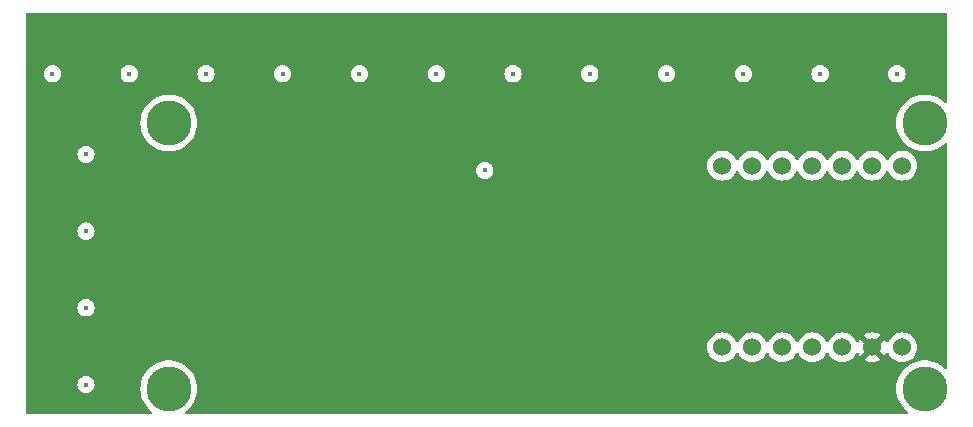
<source format=gbr>
%TF.GenerationSoftware,KiCad,Pcbnew,8.0.1*%
%TF.CreationDate,2025-01-13T07:12:32-05:00*%
%TF.ProjectId,glove-v3,676c6f76-652d-4763-932e-6b696361645f,rev?*%
%TF.SameCoordinates,Original*%
%TF.FileFunction,Copper,L3,Inr*%
%TF.FilePolarity,Positive*%
%FSLAX46Y46*%
G04 Gerber Fmt 4.6, Leading zero omitted, Abs format (unit mm)*
G04 Created by KiCad (PCBNEW 8.0.1) date 2025-01-13 07:12:32*
%MOMM*%
%LPD*%
G01*
G04 APERTURE LIST*
%TA.AperFunction,ComponentPad*%
%ADD10C,3.800000*%
%TD*%
%TA.AperFunction,ComponentPad*%
%ADD11C,1.524000*%
%TD*%
%TA.AperFunction,ViaPad*%
%ADD12C,0.450000*%
%TD*%
G04 APERTURE END LIST*
D10*
%TO.N,N/C*%
%TO.C,REF\u002A\u002A*%
X114050000Y-34550000D03*
%TD*%
D11*
%TO.N,unconnected-(U1-PA02_A0_D0-Pad1)*%
%TO.C,U1*%
X176150000Y-38150000D03*
%TO.N,unconnected-(U1-PA4_A1_D1-Pad2)*%
X173610000Y-38150000D03*
%TO.N,/MUX_OUT*%
X171070000Y-38150000D03*
%TO.N,unconnected-(U1-PA11_A3_D3-Pad4)*%
X168530000Y-38150000D03*
%TO.N,/S2*%
X165990000Y-38150000D03*
%TO.N,/S3*%
X163450000Y-38150000D03*
%TO.N,unconnected-(U1-PB08_A6_D6_TX-Pad7)*%
X160910000Y-38150000D03*
%TO.N,unconnected-(U1-PB09_A7_D7_RX-Pad8)*%
X160910000Y-53542400D03*
%TO.N,Net-(U1-PA7_A8_D8_SCK)*%
X163450000Y-53542400D03*
%TO.N,/S1*%
X165990000Y-53542400D03*
%TO.N,/S0*%
X168530000Y-53542400D03*
%TO.N,+3V3*%
X171070000Y-53542400D03*
%TO.N,GND*%
X173610000Y-53542400D03*
%TO.N,unconnected-(U1-5V-Pad14)*%
X176150000Y-53542400D03*
%TD*%
D10*
%TO.N,N/C*%
%TO.C,REF\u002A\u002A*%
X114050000Y-57050000D03*
%TD*%
%TO.N,N/C*%
%TO.C,REF\u002A\u002A*%
X178050000Y-57050000D03*
%TD*%
%TO.N,N/C*%
%TO.C,REF\u002A\u002A*%
X178050000Y-34550000D03*
%TD*%
D12*
%TO.N,GND*%
X138650000Y-38550000D03*
X152240000Y-38560000D03*
X154790000Y-48040000D03*
%TO.N,+3V3*%
X140810000Y-38560000D03*
X175700000Y-30380000D03*
X169200000Y-30380000D03*
X162700000Y-30380000D03*
X156200000Y-30380000D03*
X149700000Y-30380000D03*
X143200000Y-30380000D03*
X136700000Y-30380000D03*
X130200000Y-30380000D03*
X123700000Y-30380000D03*
X117200000Y-30380000D03*
X110700000Y-30380000D03*
X104200000Y-30380000D03*
X107040000Y-37200000D03*
X107040000Y-43700000D03*
X107040000Y-50200000D03*
X107052500Y-56700000D03*
%TO.N,GND*%
X107052500Y-55700000D03*
X107040000Y-49200000D03*
X107040000Y-42700000D03*
X107040000Y-36200000D03*
X105200000Y-30380000D03*
X111700000Y-30380000D03*
X118200000Y-30380000D03*
X124700000Y-30380000D03*
X131200000Y-30380000D03*
X137700000Y-30380000D03*
X144200000Y-30380000D03*
X150700000Y-30380000D03*
X157200000Y-30380000D03*
X163700000Y-30380000D03*
X170200000Y-30380000D03*
X176700000Y-30380000D03*
%TD*%
%TA.AperFunction,Conductor*%
%TO.N,GND*%
G36*
X179892539Y-25220185D02*
G01*
X179938294Y-25272989D01*
X179949500Y-25324500D01*
X179949500Y-32754193D01*
X179929815Y-32821232D01*
X179877011Y-32866987D01*
X179807853Y-32876931D01*
X179744297Y-32847906D01*
X179740616Y-32844585D01*
X179583163Y-32696727D01*
X179583153Y-32696719D01*
X179338806Y-32519191D01*
X179338799Y-32519186D01*
X179338795Y-32519184D01*
X179074104Y-32373668D01*
X179074101Y-32373666D01*
X179074096Y-32373664D01*
X179074095Y-32373663D01*
X178793265Y-32262475D01*
X178793262Y-32262474D01*
X178500695Y-32187357D01*
X178201036Y-32149500D01*
X178201027Y-32149500D01*
X177898973Y-32149500D01*
X177898963Y-32149500D01*
X177599304Y-32187357D01*
X177306737Y-32262474D01*
X177306734Y-32262475D01*
X177025904Y-32373663D01*
X177025903Y-32373664D01*
X176761205Y-32519184D01*
X176761193Y-32519191D01*
X176516846Y-32696719D01*
X176516836Y-32696727D01*
X176296652Y-32903494D01*
X176104111Y-33136236D01*
X175942268Y-33391261D01*
X175942265Y-33391267D01*
X175813661Y-33664563D01*
X175813659Y-33664568D01*
X175720320Y-33951835D01*
X175663719Y-34248546D01*
X175663718Y-34248553D01*
X175644754Y-34549994D01*
X175644754Y-34550005D01*
X175663718Y-34851446D01*
X175663719Y-34851453D01*
X175720320Y-35148164D01*
X175813659Y-35435431D01*
X175813661Y-35435436D01*
X175942265Y-35708732D01*
X175942268Y-35708738D01*
X176104111Y-35963763D01*
X176296652Y-36196505D01*
X176516836Y-36403272D01*
X176516846Y-36403280D01*
X176761193Y-36580808D01*
X176761198Y-36580810D01*
X176761205Y-36580816D01*
X177025896Y-36726332D01*
X177025901Y-36726334D01*
X177025903Y-36726335D01*
X177025904Y-36726336D01*
X177306734Y-36837524D01*
X177306737Y-36837525D01*
X177404259Y-36862564D01*
X177599302Y-36912642D01*
X177746039Y-36931179D01*
X177898963Y-36950499D01*
X177898969Y-36950499D01*
X177898973Y-36950500D01*
X177898975Y-36950500D01*
X178201025Y-36950500D01*
X178201027Y-36950500D01*
X178201032Y-36950499D01*
X178201036Y-36950499D01*
X178280591Y-36940448D01*
X178500698Y-36912642D01*
X178793262Y-36837525D01*
X178793265Y-36837524D01*
X179074095Y-36726336D01*
X179074096Y-36726335D01*
X179074094Y-36726335D01*
X179074104Y-36726332D01*
X179338795Y-36580816D01*
X179583162Y-36403274D01*
X179740616Y-36255413D01*
X179802960Y-36223872D01*
X179872461Y-36231043D01*
X179927052Y-36274650D01*
X179949401Y-36340849D01*
X179949500Y-36345806D01*
X179949500Y-55254193D01*
X179929815Y-55321232D01*
X179877011Y-55366987D01*
X179807853Y-55376931D01*
X179744297Y-55347906D01*
X179740616Y-55344585D01*
X179583163Y-55196727D01*
X179583153Y-55196719D01*
X179338806Y-55019191D01*
X179338799Y-55019186D01*
X179338795Y-55019184D01*
X179074104Y-54873668D01*
X179074101Y-54873666D01*
X179074096Y-54873664D01*
X179074095Y-54873663D01*
X178793265Y-54762475D01*
X178793262Y-54762474D01*
X178500695Y-54687357D01*
X178201036Y-54649500D01*
X178201027Y-54649500D01*
X177898973Y-54649500D01*
X177898963Y-54649500D01*
X177599304Y-54687357D01*
X177306737Y-54762474D01*
X177306734Y-54762475D01*
X177025904Y-54873663D01*
X177025903Y-54873664D01*
X176761205Y-55019184D01*
X176761193Y-55019191D01*
X176516846Y-55196719D01*
X176516836Y-55196727D01*
X176296652Y-55403494D01*
X176104111Y-55636236D01*
X175942268Y-55891261D01*
X175942265Y-55891267D01*
X175813661Y-56164563D01*
X175813659Y-56164568D01*
X175720320Y-56451835D01*
X175663719Y-56748546D01*
X175663718Y-56748553D01*
X175644754Y-57049994D01*
X175644754Y-57050005D01*
X175663718Y-57351446D01*
X175663719Y-57351453D01*
X175720320Y-57648164D01*
X175813659Y-57935431D01*
X175813661Y-57935436D01*
X175942265Y-58208732D01*
X175942268Y-58208738D01*
X176104111Y-58463763D01*
X176296652Y-58696505D01*
X176516836Y-58903272D01*
X176516846Y-58903280D01*
X176615810Y-58975182D01*
X176658476Y-59030512D01*
X176664455Y-59100125D01*
X176631849Y-59161920D01*
X176571011Y-59196277D01*
X176542925Y-59199500D01*
X115557075Y-59199500D01*
X115490036Y-59179815D01*
X115444281Y-59127011D01*
X115434337Y-59057853D01*
X115463362Y-58994297D01*
X115484190Y-58975182D01*
X115549488Y-58927738D01*
X115583162Y-58903274D01*
X115803349Y-58696504D01*
X115995885Y-58463768D01*
X116157733Y-58208736D01*
X116286341Y-57935430D01*
X116379681Y-57648160D01*
X116436280Y-57351457D01*
X116455246Y-57050000D01*
X116436280Y-56748543D01*
X116379681Y-56451840D01*
X116286341Y-56164570D01*
X116269693Y-56129192D01*
X116203353Y-55988212D01*
X116157733Y-55891264D01*
X115995885Y-55636232D01*
X115803349Y-55403496D01*
X115583162Y-55196726D01*
X115583159Y-55196724D01*
X115583153Y-55196719D01*
X115338806Y-55019191D01*
X115338799Y-55019186D01*
X115338795Y-55019184D01*
X115074104Y-54873668D01*
X115074101Y-54873666D01*
X115074096Y-54873664D01*
X115074095Y-54873663D01*
X114793265Y-54762475D01*
X114793262Y-54762474D01*
X114500695Y-54687357D01*
X114201036Y-54649500D01*
X114201027Y-54649500D01*
X113898973Y-54649500D01*
X113898963Y-54649500D01*
X113599304Y-54687357D01*
X113306737Y-54762474D01*
X113306734Y-54762475D01*
X113025904Y-54873663D01*
X113025903Y-54873664D01*
X112761205Y-55019184D01*
X112761193Y-55019191D01*
X112516846Y-55196719D01*
X112516836Y-55196727D01*
X112296652Y-55403494D01*
X112104111Y-55636236D01*
X111942268Y-55891261D01*
X111942265Y-55891267D01*
X111813661Y-56164563D01*
X111813659Y-56164568D01*
X111720320Y-56451835D01*
X111663719Y-56748546D01*
X111663718Y-56748553D01*
X111644754Y-57049994D01*
X111644754Y-57050005D01*
X111663718Y-57351446D01*
X111663719Y-57351453D01*
X111720320Y-57648164D01*
X111813659Y-57935431D01*
X111813661Y-57935436D01*
X111942265Y-58208732D01*
X111942268Y-58208738D01*
X112104111Y-58463763D01*
X112296652Y-58696505D01*
X112516836Y-58903272D01*
X112516846Y-58903280D01*
X112615810Y-58975182D01*
X112658476Y-59030512D01*
X112664455Y-59100125D01*
X112631849Y-59161920D01*
X112571011Y-59196277D01*
X112542925Y-59199500D01*
X102074500Y-59199500D01*
X102007461Y-59179815D01*
X101961706Y-59127011D01*
X101950500Y-59075500D01*
X101950500Y-56700003D01*
X106322409Y-56700003D01*
X106340712Y-56862455D01*
X106394710Y-57016774D01*
X106415591Y-57050005D01*
X106481692Y-57155204D01*
X106597296Y-57270808D01*
X106735725Y-57357789D01*
X106890039Y-57411786D01*
X106890042Y-57411786D01*
X106890044Y-57411787D01*
X107052496Y-57430091D01*
X107052500Y-57430091D01*
X107052504Y-57430091D01*
X107214955Y-57411787D01*
X107214956Y-57411786D01*
X107214961Y-57411786D01*
X107369275Y-57357789D01*
X107507704Y-57270808D01*
X107623308Y-57155204D01*
X107710289Y-57016775D01*
X107764286Y-56862461D01*
X107764287Y-56862455D01*
X107782591Y-56700003D01*
X107782591Y-56699996D01*
X107764287Y-56537544D01*
X107764286Y-56537542D01*
X107764286Y-56537539D01*
X107710289Y-56383225D01*
X107623308Y-56244796D01*
X107507704Y-56129192D01*
X107369274Y-56042210D01*
X107214955Y-55988212D01*
X107052504Y-55969909D01*
X107052496Y-55969909D01*
X106890044Y-55988212D01*
X106735725Y-56042210D01*
X106597295Y-56129192D01*
X106481692Y-56244795D01*
X106394710Y-56383225D01*
X106340712Y-56537544D01*
X106322409Y-56699996D01*
X106322409Y-56700003D01*
X101950500Y-56700003D01*
X101950500Y-53542402D01*
X159642677Y-53542402D01*
X159661929Y-53762462D01*
X159661930Y-53762470D01*
X159719104Y-53975845D01*
X159719105Y-53975847D01*
X159719106Y-53975850D01*
X159752106Y-54046618D01*
X159812466Y-54176062D01*
X159812468Y-54176066D01*
X159939170Y-54357015D01*
X159939175Y-54357021D01*
X160095378Y-54513224D01*
X160095384Y-54513229D01*
X160276333Y-54639931D01*
X160276335Y-54639932D01*
X160276338Y-54639934D01*
X160476550Y-54733294D01*
X160689932Y-54790470D01*
X160847123Y-54804222D01*
X160909998Y-54809723D01*
X160910000Y-54809723D01*
X160910002Y-54809723D01*
X160965017Y-54804909D01*
X161130068Y-54790470D01*
X161343450Y-54733294D01*
X161543662Y-54639934D01*
X161724620Y-54513226D01*
X161880826Y-54357020D01*
X162007534Y-54176062D01*
X162067618Y-54047211D01*
X162113790Y-53994771D01*
X162180983Y-53975619D01*
X162247865Y-53995835D01*
X162292382Y-54047211D01*
X162352464Y-54176058D01*
X162352468Y-54176066D01*
X162479170Y-54357015D01*
X162479175Y-54357021D01*
X162635378Y-54513224D01*
X162635384Y-54513229D01*
X162816333Y-54639931D01*
X162816335Y-54639932D01*
X162816338Y-54639934D01*
X163016550Y-54733294D01*
X163229932Y-54790470D01*
X163387123Y-54804222D01*
X163449998Y-54809723D01*
X163450000Y-54809723D01*
X163450002Y-54809723D01*
X163505017Y-54804909D01*
X163670068Y-54790470D01*
X163883450Y-54733294D01*
X164083662Y-54639934D01*
X164264620Y-54513226D01*
X164420826Y-54357020D01*
X164547534Y-54176062D01*
X164607618Y-54047211D01*
X164653790Y-53994771D01*
X164720983Y-53975619D01*
X164787865Y-53995835D01*
X164832382Y-54047211D01*
X164892464Y-54176058D01*
X164892468Y-54176066D01*
X165019170Y-54357015D01*
X165019175Y-54357021D01*
X165175378Y-54513224D01*
X165175384Y-54513229D01*
X165356333Y-54639931D01*
X165356335Y-54639932D01*
X165356338Y-54639934D01*
X165556550Y-54733294D01*
X165769932Y-54790470D01*
X165927123Y-54804222D01*
X165989998Y-54809723D01*
X165990000Y-54809723D01*
X165990002Y-54809723D01*
X166045017Y-54804909D01*
X166210068Y-54790470D01*
X166423450Y-54733294D01*
X166623662Y-54639934D01*
X166804620Y-54513226D01*
X166960826Y-54357020D01*
X167087534Y-54176062D01*
X167147618Y-54047211D01*
X167193790Y-53994771D01*
X167260983Y-53975619D01*
X167327865Y-53995835D01*
X167372382Y-54047211D01*
X167432464Y-54176058D01*
X167432468Y-54176066D01*
X167559170Y-54357015D01*
X167559175Y-54357021D01*
X167715378Y-54513224D01*
X167715384Y-54513229D01*
X167896333Y-54639931D01*
X167896335Y-54639932D01*
X167896338Y-54639934D01*
X168096550Y-54733294D01*
X168309932Y-54790470D01*
X168467123Y-54804222D01*
X168529998Y-54809723D01*
X168530000Y-54809723D01*
X168530002Y-54809723D01*
X168585017Y-54804909D01*
X168750068Y-54790470D01*
X168963450Y-54733294D01*
X169163662Y-54639934D01*
X169344620Y-54513226D01*
X169500826Y-54357020D01*
X169627534Y-54176062D01*
X169687618Y-54047211D01*
X169733790Y-53994771D01*
X169800983Y-53975619D01*
X169867865Y-53995835D01*
X169912382Y-54047211D01*
X169972464Y-54176058D01*
X169972468Y-54176066D01*
X170099170Y-54357015D01*
X170099175Y-54357021D01*
X170255378Y-54513224D01*
X170255384Y-54513229D01*
X170436333Y-54639931D01*
X170436335Y-54639932D01*
X170436338Y-54639934D01*
X170636550Y-54733294D01*
X170849932Y-54790470D01*
X171007123Y-54804222D01*
X171069998Y-54809723D01*
X171070000Y-54809723D01*
X171070002Y-54809723D01*
X171125017Y-54804909D01*
X171290068Y-54790470D01*
X171503450Y-54733294D01*
X171703662Y-54639934D01*
X171884620Y-54513226D01*
X172040826Y-54357020D01*
X172167534Y-54176062D01*
X172227894Y-54046618D01*
X172274066Y-53994179D01*
X172341259Y-53975027D01*
X172408141Y-53995243D01*
X172452658Y-54046619D01*
X172512898Y-54175805D01*
X172512901Y-54175811D01*
X172558258Y-54240587D01*
X172558259Y-54240588D01*
X173229000Y-53569847D01*
X173229000Y-53592560D01*
X173254964Y-53689461D01*
X173305124Y-53776340D01*
X173376060Y-53847276D01*
X173462939Y-53897436D01*
X173559840Y-53923400D01*
X173582553Y-53923400D01*
X172911810Y-54594140D01*
X172976590Y-54639499D01*
X172976592Y-54639500D01*
X173176715Y-54732819D01*
X173176729Y-54732824D01*
X173390013Y-54789973D01*
X173390023Y-54789975D01*
X173609999Y-54809221D01*
X173610001Y-54809221D01*
X173829976Y-54789975D01*
X173829986Y-54789973D01*
X174043270Y-54732824D01*
X174043284Y-54732819D01*
X174243407Y-54639500D01*
X174243417Y-54639494D01*
X174308188Y-54594141D01*
X173637448Y-53923400D01*
X173660160Y-53923400D01*
X173757061Y-53897436D01*
X173843940Y-53847276D01*
X173914876Y-53776340D01*
X173965036Y-53689461D01*
X173991000Y-53592560D01*
X173991000Y-53569847D01*
X174661741Y-54240588D01*
X174707094Y-54175817D01*
X174707095Y-54175816D01*
X174767340Y-54046619D01*
X174813512Y-53994180D01*
X174880706Y-53975027D01*
X174947587Y-53995242D01*
X174992105Y-54046618D01*
X175052466Y-54176062D01*
X175052468Y-54176066D01*
X175179170Y-54357015D01*
X175179175Y-54357021D01*
X175335378Y-54513224D01*
X175335384Y-54513229D01*
X175516333Y-54639931D01*
X175516335Y-54639932D01*
X175516338Y-54639934D01*
X175716550Y-54733294D01*
X175929932Y-54790470D01*
X176087123Y-54804222D01*
X176149998Y-54809723D01*
X176150000Y-54809723D01*
X176150002Y-54809723D01*
X176205017Y-54804909D01*
X176370068Y-54790470D01*
X176583450Y-54733294D01*
X176783662Y-54639934D01*
X176964620Y-54513226D01*
X177120826Y-54357020D01*
X177247534Y-54176062D01*
X177340894Y-53975850D01*
X177398070Y-53762468D01*
X177417323Y-53542400D01*
X177398070Y-53322332D01*
X177340894Y-53108950D01*
X177247534Y-52908739D01*
X177120826Y-52727780D01*
X176964620Y-52571574D01*
X176964616Y-52571571D01*
X176964615Y-52571570D01*
X176783666Y-52444868D01*
X176783662Y-52444866D01*
X176783660Y-52444865D01*
X176583450Y-52351506D01*
X176583447Y-52351505D01*
X176583445Y-52351504D01*
X176370070Y-52294330D01*
X176370062Y-52294329D01*
X176150002Y-52275077D01*
X176149998Y-52275077D01*
X175929937Y-52294329D01*
X175929929Y-52294330D01*
X175716554Y-52351504D01*
X175716548Y-52351507D01*
X175516340Y-52444865D01*
X175516338Y-52444866D01*
X175335377Y-52571575D01*
X175179175Y-52727777D01*
X175052467Y-52908737D01*
X174992105Y-53038182D01*
X174945932Y-53090621D01*
X174878738Y-53109772D01*
X174811857Y-53089556D01*
X174767341Y-53038180D01*
X174707098Y-52908989D01*
X174707097Y-52908987D01*
X174661741Y-52844211D01*
X174661740Y-52844210D01*
X173991000Y-53514951D01*
X173991000Y-53492240D01*
X173965036Y-53395339D01*
X173914876Y-53308460D01*
X173843940Y-53237524D01*
X173757061Y-53187364D01*
X173660160Y-53161400D01*
X173637448Y-53161400D01*
X174308188Y-52490659D01*
X174308187Y-52490658D01*
X174243411Y-52445301D01*
X174243405Y-52445298D01*
X174043284Y-52351980D01*
X174043270Y-52351975D01*
X173829986Y-52294826D01*
X173829976Y-52294824D01*
X173610001Y-52275579D01*
X173609999Y-52275579D01*
X173390023Y-52294824D01*
X173390013Y-52294826D01*
X173176729Y-52351975D01*
X173176720Y-52351979D01*
X172976590Y-52445301D01*
X172911811Y-52490658D01*
X173582553Y-53161400D01*
X173559840Y-53161400D01*
X173462939Y-53187364D01*
X173376060Y-53237524D01*
X173305124Y-53308460D01*
X173254964Y-53395339D01*
X173229000Y-53492240D01*
X173229000Y-53514953D01*
X172558258Y-52844211D01*
X172512901Y-52908990D01*
X172452658Y-53038181D01*
X172406485Y-53090620D01*
X172339292Y-53109772D01*
X172272411Y-53089556D01*
X172227894Y-53038181D01*
X172167651Y-52908990D01*
X172167534Y-52908739D01*
X172040826Y-52727780D01*
X171884620Y-52571574D01*
X171884616Y-52571571D01*
X171884615Y-52571570D01*
X171703666Y-52444868D01*
X171703662Y-52444866D01*
X171703660Y-52444865D01*
X171503450Y-52351506D01*
X171503447Y-52351505D01*
X171503445Y-52351504D01*
X171290070Y-52294330D01*
X171290062Y-52294329D01*
X171070002Y-52275077D01*
X171069998Y-52275077D01*
X170849937Y-52294329D01*
X170849929Y-52294330D01*
X170636554Y-52351504D01*
X170636548Y-52351507D01*
X170436340Y-52444865D01*
X170436338Y-52444866D01*
X170255377Y-52571575D01*
X170099175Y-52727777D01*
X169972466Y-52908738D01*
X169972465Y-52908740D01*
X169912382Y-53037589D01*
X169866209Y-53090028D01*
X169799016Y-53109180D01*
X169732135Y-53088964D01*
X169687618Y-53037589D01*
X169627651Y-52908990D01*
X169627534Y-52908739D01*
X169500826Y-52727780D01*
X169344620Y-52571574D01*
X169344616Y-52571571D01*
X169344615Y-52571570D01*
X169163666Y-52444868D01*
X169163662Y-52444866D01*
X169163660Y-52444865D01*
X168963450Y-52351506D01*
X168963447Y-52351505D01*
X168963445Y-52351504D01*
X168750070Y-52294330D01*
X168750062Y-52294329D01*
X168530002Y-52275077D01*
X168529998Y-52275077D01*
X168309937Y-52294329D01*
X168309929Y-52294330D01*
X168096554Y-52351504D01*
X168096548Y-52351507D01*
X167896340Y-52444865D01*
X167896338Y-52444866D01*
X167715377Y-52571575D01*
X167559175Y-52727777D01*
X167432466Y-52908738D01*
X167432465Y-52908740D01*
X167372382Y-53037589D01*
X167326209Y-53090028D01*
X167259016Y-53109180D01*
X167192135Y-53088964D01*
X167147618Y-53037589D01*
X167087651Y-52908990D01*
X167087534Y-52908739D01*
X166960826Y-52727780D01*
X166804620Y-52571574D01*
X166804616Y-52571571D01*
X166804615Y-52571570D01*
X166623666Y-52444868D01*
X166623662Y-52444866D01*
X166623660Y-52444865D01*
X166423450Y-52351506D01*
X166423447Y-52351505D01*
X166423445Y-52351504D01*
X166210070Y-52294330D01*
X166210062Y-52294329D01*
X165990002Y-52275077D01*
X165989998Y-52275077D01*
X165769937Y-52294329D01*
X165769929Y-52294330D01*
X165556554Y-52351504D01*
X165556548Y-52351507D01*
X165356340Y-52444865D01*
X165356338Y-52444866D01*
X165175377Y-52571575D01*
X165019175Y-52727777D01*
X164892466Y-52908738D01*
X164892465Y-52908740D01*
X164832382Y-53037589D01*
X164786209Y-53090028D01*
X164719016Y-53109180D01*
X164652135Y-53088964D01*
X164607618Y-53037589D01*
X164547651Y-52908990D01*
X164547534Y-52908739D01*
X164420826Y-52727780D01*
X164264620Y-52571574D01*
X164264616Y-52571571D01*
X164264615Y-52571570D01*
X164083666Y-52444868D01*
X164083662Y-52444866D01*
X164083660Y-52444865D01*
X163883450Y-52351506D01*
X163883447Y-52351505D01*
X163883445Y-52351504D01*
X163670070Y-52294330D01*
X163670062Y-52294329D01*
X163450002Y-52275077D01*
X163449998Y-52275077D01*
X163229937Y-52294329D01*
X163229929Y-52294330D01*
X163016554Y-52351504D01*
X163016548Y-52351507D01*
X162816340Y-52444865D01*
X162816338Y-52444866D01*
X162635377Y-52571575D01*
X162479175Y-52727777D01*
X162352466Y-52908738D01*
X162352465Y-52908740D01*
X162292382Y-53037589D01*
X162246209Y-53090028D01*
X162179016Y-53109180D01*
X162112135Y-53088964D01*
X162067618Y-53037589D01*
X162007651Y-52908990D01*
X162007534Y-52908739D01*
X161880826Y-52727780D01*
X161724620Y-52571574D01*
X161724616Y-52571571D01*
X161724615Y-52571570D01*
X161543666Y-52444868D01*
X161543662Y-52444866D01*
X161543660Y-52444865D01*
X161343450Y-52351506D01*
X161343447Y-52351505D01*
X161343445Y-52351504D01*
X161130070Y-52294330D01*
X161130062Y-52294329D01*
X160910002Y-52275077D01*
X160909998Y-52275077D01*
X160689937Y-52294329D01*
X160689929Y-52294330D01*
X160476554Y-52351504D01*
X160476548Y-52351507D01*
X160276340Y-52444865D01*
X160276338Y-52444866D01*
X160095377Y-52571575D01*
X159939175Y-52727777D01*
X159812466Y-52908738D01*
X159812465Y-52908740D01*
X159719107Y-53108948D01*
X159719104Y-53108954D01*
X159661930Y-53322329D01*
X159661929Y-53322337D01*
X159642677Y-53542397D01*
X159642677Y-53542402D01*
X101950500Y-53542402D01*
X101950500Y-50200003D01*
X106309909Y-50200003D01*
X106328212Y-50362455D01*
X106382210Y-50516774D01*
X106382211Y-50516775D01*
X106469192Y-50655204D01*
X106584796Y-50770808D01*
X106723225Y-50857789D01*
X106877539Y-50911786D01*
X106877542Y-50911786D01*
X106877544Y-50911787D01*
X107039996Y-50930091D01*
X107040000Y-50930091D01*
X107040004Y-50930091D01*
X107202455Y-50911787D01*
X107202456Y-50911786D01*
X107202461Y-50911786D01*
X107356775Y-50857789D01*
X107495204Y-50770808D01*
X107610808Y-50655204D01*
X107697789Y-50516775D01*
X107751786Y-50362461D01*
X107770091Y-50200000D01*
X107751786Y-50037539D01*
X107697789Y-49883225D01*
X107610808Y-49744796D01*
X107495204Y-49629192D01*
X107356774Y-49542210D01*
X107202455Y-49488212D01*
X107040004Y-49469909D01*
X107039996Y-49469909D01*
X106877544Y-49488212D01*
X106723225Y-49542210D01*
X106584795Y-49629192D01*
X106469192Y-49744795D01*
X106382210Y-49883225D01*
X106328212Y-50037544D01*
X106309909Y-50199996D01*
X106309909Y-50200003D01*
X101950500Y-50200003D01*
X101950500Y-43700003D01*
X106309909Y-43700003D01*
X106328212Y-43862455D01*
X106382210Y-44016774D01*
X106382211Y-44016775D01*
X106469192Y-44155204D01*
X106584796Y-44270808D01*
X106723225Y-44357789D01*
X106877539Y-44411786D01*
X106877542Y-44411786D01*
X106877544Y-44411787D01*
X107039996Y-44430091D01*
X107040000Y-44430091D01*
X107040004Y-44430091D01*
X107202455Y-44411787D01*
X107202456Y-44411786D01*
X107202461Y-44411786D01*
X107356775Y-44357789D01*
X107495204Y-44270808D01*
X107610808Y-44155204D01*
X107697789Y-44016775D01*
X107751786Y-43862461D01*
X107770091Y-43700000D01*
X107751786Y-43537539D01*
X107697789Y-43383225D01*
X107610808Y-43244796D01*
X107495204Y-43129192D01*
X107356774Y-43042210D01*
X107202455Y-42988212D01*
X107040004Y-42969909D01*
X107039996Y-42969909D01*
X106877544Y-42988212D01*
X106723225Y-43042210D01*
X106584795Y-43129192D01*
X106469192Y-43244795D01*
X106382210Y-43383225D01*
X106328212Y-43537544D01*
X106309909Y-43699996D01*
X106309909Y-43700003D01*
X101950500Y-43700003D01*
X101950500Y-38560003D01*
X140079909Y-38560003D01*
X140098212Y-38722455D01*
X140152210Y-38876774D01*
X140152211Y-38876775D01*
X140239192Y-39015204D01*
X140354796Y-39130808D01*
X140493225Y-39217789D01*
X140647539Y-39271786D01*
X140647542Y-39271786D01*
X140647544Y-39271787D01*
X140809996Y-39290091D01*
X140810000Y-39290091D01*
X140810004Y-39290091D01*
X140972455Y-39271787D01*
X140972456Y-39271786D01*
X140972461Y-39271786D01*
X141126775Y-39217789D01*
X141265204Y-39130808D01*
X141380808Y-39015204D01*
X141467789Y-38876775D01*
X141521786Y-38722461D01*
X141521787Y-38722455D01*
X141540091Y-38560003D01*
X141540091Y-38559996D01*
X141521787Y-38397544D01*
X141521786Y-38397542D01*
X141521786Y-38397539D01*
X141467789Y-38243225D01*
X141409213Y-38150002D01*
X159642677Y-38150002D01*
X159661929Y-38370062D01*
X159661930Y-38370070D01*
X159719104Y-38583445D01*
X159719105Y-38583447D01*
X159719106Y-38583450D01*
X159752382Y-38654811D01*
X159812466Y-38783662D01*
X159812468Y-38783666D01*
X159939170Y-38964615D01*
X159939175Y-38964621D01*
X160095378Y-39120824D01*
X160095384Y-39120829D01*
X160276333Y-39247531D01*
X160276335Y-39247532D01*
X160276338Y-39247534D01*
X160476550Y-39340894D01*
X160689932Y-39398070D01*
X160847123Y-39411822D01*
X160909998Y-39417323D01*
X160910000Y-39417323D01*
X160910002Y-39417323D01*
X160965017Y-39412509D01*
X161130068Y-39398070D01*
X161343450Y-39340894D01*
X161543662Y-39247534D01*
X161724620Y-39120826D01*
X161880826Y-38964620D01*
X162007534Y-38783662D01*
X162067618Y-38654811D01*
X162113790Y-38602371D01*
X162180983Y-38583219D01*
X162247865Y-38603435D01*
X162292382Y-38654811D01*
X162352464Y-38783658D01*
X162352468Y-38783666D01*
X162479170Y-38964615D01*
X162479175Y-38964621D01*
X162635378Y-39120824D01*
X162635384Y-39120829D01*
X162816333Y-39247531D01*
X162816335Y-39247532D01*
X162816338Y-39247534D01*
X163016550Y-39340894D01*
X163229932Y-39398070D01*
X163387123Y-39411822D01*
X163449998Y-39417323D01*
X163450000Y-39417323D01*
X163450002Y-39417323D01*
X163505017Y-39412509D01*
X163670068Y-39398070D01*
X163883450Y-39340894D01*
X164083662Y-39247534D01*
X164264620Y-39120826D01*
X164420826Y-38964620D01*
X164547534Y-38783662D01*
X164607618Y-38654811D01*
X164653790Y-38602371D01*
X164720983Y-38583219D01*
X164787865Y-38603435D01*
X164832382Y-38654811D01*
X164892464Y-38783658D01*
X164892468Y-38783666D01*
X165019170Y-38964615D01*
X165019175Y-38964621D01*
X165175378Y-39120824D01*
X165175384Y-39120829D01*
X165356333Y-39247531D01*
X165356335Y-39247532D01*
X165356338Y-39247534D01*
X165556550Y-39340894D01*
X165769932Y-39398070D01*
X165927123Y-39411822D01*
X165989998Y-39417323D01*
X165990000Y-39417323D01*
X165990002Y-39417323D01*
X166045017Y-39412509D01*
X166210068Y-39398070D01*
X166423450Y-39340894D01*
X166623662Y-39247534D01*
X166804620Y-39120826D01*
X166960826Y-38964620D01*
X167087534Y-38783662D01*
X167147618Y-38654811D01*
X167193790Y-38602371D01*
X167260983Y-38583219D01*
X167327865Y-38603435D01*
X167372382Y-38654811D01*
X167432464Y-38783658D01*
X167432468Y-38783666D01*
X167559170Y-38964615D01*
X167559175Y-38964621D01*
X167715378Y-39120824D01*
X167715384Y-39120829D01*
X167896333Y-39247531D01*
X167896335Y-39247532D01*
X167896338Y-39247534D01*
X168096550Y-39340894D01*
X168309932Y-39398070D01*
X168467123Y-39411822D01*
X168529998Y-39417323D01*
X168530000Y-39417323D01*
X168530002Y-39417323D01*
X168585017Y-39412509D01*
X168750068Y-39398070D01*
X168963450Y-39340894D01*
X169163662Y-39247534D01*
X169344620Y-39120826D01*
X169500826Y-38964620D01*
X169627534Y-38783662D01*
X169687618Y-38654811D01*
X169733790Y-38602371D01*
X169800983Y-38583219D01*
X169867865Y-38603435D01*
X169912382Y-38654811D01*
X169972464Y-38783658D01*
X169972468Y-38783666D01*
X170099170Y-38964615D01*
X170099175Y-38964621D01*
X170255378Y-39120824D01*
X170255384Y-39120829D01*
X170436333Y-39247531D01*
X170436335Y-39247532D01*
X170436338Y-39247534D01*
X170636550Y-39340894D01*
X170849932Y-39398070D01*
X171007123Y-39411822D01*
X171069998Y-39417323D01*
X171070000Y-39417323D01*
X171070002Y-39417323D01*
X171125017Y-39412509D01*
X171290068Y-39398070D01*
X171503450Y-39340894D01*
X171703662Y-39247534D01*
X171884620Y-39120826D01*
X172040826Y-38964620D01*
X172167534Y-38783662D01*
X172227618Y-38654811D01*
X172273790Y-38602371D01*
X172340983Y-38583219D01*
X172407865Y-38603435D01*
X172452382Y-38654811D01*
X172512464Y-38783658D01*
X172512468Y-38783666D01*
X172639170Y-38964615D01*
X172639175Y-38964621D01*
X172795378Y-39120824D01*
X172795384Y-39120829D01*
X172976333Y-39247531D01*
X172976335Y-39247532D01*
X172976338Y-39247534D01*
X173176550Y-39340894D01*
X173389932Y-39398070D01*
X173547123Y-39411822D01*
X173609998Y-39417323D01*
X173610000Y-39417323D01*
X173610002Y-39417323D01*
X173665017Y-39412509D01*
X173830068Y-39398070D01*
X174043450Y-39340894D01*
X174243662Y-39247534D01*
X174424620Y-39120826D01*
X174580826Y-38964620D01*
X174707534Y-38783662D01*
X174767618Y-38654811D01*
X174813790Y-38602371D01*
X174880983Y-38583219D01*
X174947865Y-38603435D01*
X174992382Y-38654811D01*
X175052464Y-38783658D01*
X175052468Y-38783666D01*
X175179170Y-38964615D01*
X175179175Y-38964621D01*
X175335378Y-39120824D01*
X175335384Y-39120829D01*
X175516333Y-39247531D01*
X175516335Y-39247532D01*
X175516338Y-39247534D01*
X175716550Y-39340894D01*
X175929932Y-39398070D01*
X176087123Y-39411822D01*
X176149998Y-39417323D01*
X176150000Y-39417323D01*
X176150002Y-39417323D01*
X176205017Y-39412509D01*
X176370068Y-39398070D01*
X176583450Y-39340894D01*
X176783662Y-39247534D01*
X176964620Y-39120826D01*
X177120826Y-38964620D01*
X177247534Y-38783662D01*
X177340894Y-38583450D01*
X177398070Y-38370068D01*
X177417323Y-38150000D01*
X177398070Y-37929932D01*
X177340894Y-37716550D01*
X177247534Y-37516339D01*
X177120826Y-37335380D01*
X176964620Y-37179174D01*
X176964616Y-37179171D01*
X176964615Y-37179170D01*
X176783666Y-37052468D01*
X176783662Y-37052466D01*
X176783660Y-37052465D01*
X176583450Y-36959106D01*
X176583447Y-36959105D01*
X176583445Y-36959104D01*
X176370070Y-36901930D01*
X176370062Y-36901929D01*
X176150002Y-36882677D01*
X176149998Y-36882677D01*
X175929937Y-36901929D01*
X175929929Y-36901930D01*
X175716554Y-36959104D01*
X175716548Y-36959107D01*
X175516340Y-37052465D01*
X175516338Y-37052466D01*
X175335377Y-37179175D01*
X175179175Y-37335377D01*
X175052466Y-37516338D01*
X175052465Y-37516340D01*
X174992382Y-37645189D01*
X174946209Y-37697628D01*
X174879016Y-37716780D01*
X174812135Y-37696564D01*
X174767618Y-37645189D01*
X174707737Y-37516775D01*
X174707534Y-37516339D01*
X174580826Y-37335380D01*
X174424620Y-37179174D01*
X174424616Y-37179171D01*
X174424615Y-37179170D01*
X174243666Y-37052468D01*
X174243662Y-37052466D01*
X174243660Y-37052465D01*
X174043450Y-36959106D01*
X174043447Y-36959105D01*
X174043445Y-36959104D01*
X173830070Y-36901930D01*
X173830062Y-36901929D01*
X173610002Y-36882677D01*
X173609998Y-36882677D01*
X173389937Y-36901929D01*
X173389929Y-36901930D01*
X173176554Y-36959104D01*
X173176548Y-36959107D01*
X172976340Y-37052465D01*
X172976338Y-37052466D01*
X172795377Y-37179175D01*
X172639175Y-37335377D01*
X172512466Y-37516338D01*
X172512465Y-37516340D01*
X172452382Y-37645189D01*
X172406209Y-37697628D01*
X172339016Y-37716780D01*
X172272135Y-37696564D01*
X172227618Y-37645189D01*
X172167737Y-37516775D01*
X172167534Y-37516339D01*
X172040826Y-37335380D01*
X171884620Y-37179174D01*
X171884616Y-37179171D01*
X171884615Y-37179170D01*
X171703666Y-37052468D01*
X171703662Y-37052466D01*
X171703660Y-37052465D01*
X171503450Y-36959106D01*
X171503447Y-36959105D01*
X171503445Y-36959104D01*
X171290070Y-36901930D01*
X171290062Y-36901929D01*
X171070002Y-36882677D01*
X171069998Y-36882677D01*
X170849937Y-36901929D01*
X170849929Y-36901930D01*
X170636554Y-36959104D01*
X170636548Y-36959107D01*
X170436340Y-37052465D01*
X170436338Y-37052466D01*
X170255377Y-37179175D01*
X170099175Y-37335377D01*
X169972466Y-37516338D01*
X169972465Y-37516340D01*
X169912382Y-37645189D01*
X169866209Y-37697628D01*
X169799016Y-37716780D01*
X169732135Y-37696564D01*
X169687618Y-37645189D01*
X169627737Y-37516775D01*
X169627534Y-37516339D01*
X169500826Y-37335380D01*
X169344620Y-37179174D01*
X169344616Y-37179171D01*
X169344615Y-37179170D01*
X169163666Y-37052468D01*
X169163662Y-37052466D01*
X169163660Y-37052465D01*
X168963450Y-36959106D01*
X168963447Y-36959105D01*
X168963445Y-36959104D01*
X168750070Y-36901930D01*
X168750062Y-36901929D01*
X168530002Y-36882677D01*
X168529998Y-36882677D01*
X168309937Y-36901929D01*
X168309929Y-36901930D01*
X168096554Y-36959104D01*
X168096548Y-36959107D01*
X167896340Y-37052465D01*
X167896338Y-37052466D01*
X167715377Y-37179175D01*
X167559175Y-37335377D01*
X167432466Y-37516338D01*
X167432465Y-37516340D01*
X167372382Y-37645189D01*
X167326209Y-37697628D01*
X167259016Y-37716780D01*
X167192135Y-37696564D01*
X167147618Y-37645189D01*
X167087737Y-37516775D01*
X167087534Y-37516339D01*
X166960826Y-37335380D01*
X166804620Y-37179174D01*
X166804616Y-37179171D01*
X166804615Y-37179170D01*
X166623666Y-37052468D01*
X166623662Y-37052466D01*
X166623660Y-37052465D01*
X166423450Y-36959106D01*
X166423447Y-36959105D01*
X166423445Y-36959104D01*
X166210070Y-36901930D01*
X166210062Y-36901929D01*
X165990002Y-36882677D01*
X165989998Y-36882677D01*
X165769937Y-36901929D01*
X165769929Y-36901930D01*
X165556554Y-36959104D01*
X165556548Y-36959107D01*
X165356340Y-37052465D01*
X165356338Y-37052466D01*
X165175377Y-37179175D01*
X165019175Y-37335377D01*
X164892466Y-37516338D01*
X164892465Y-37516340D01*
X164832382Y-37645189D01*
X164786209Y-37697628D01*
X164719016Y-37716780D01*
X164652135Y-37696564D01*
X164607618Y-37645189D01*
X164547737Y-37516775D01*
X164547534Y-37516339D01*
X164420826Y-37335380D01*
X164264620Y-37179174D01*
X164264616Y-37179171D01*
X164264615Y-37179170D01*
X164083666Y-37052468D01*
X164083662Y-37052466D01*
X164083660Y-37052465D01*
X163883450Y-36959106D01*
X163883447Y-36959105D01*
X163883445Y-36959104D01*
X163670070Y-36901930D01*
X163670062Y-36901929D01*
X163450002Y-36882677D01*
X163449998Y-36882677D01*
X163229937Y-36901929D01*
X163229929Y-36901930D01*
X163016554Y-36959104D01*
X163016548Y-36959107D01*
X162816340Y-37052465D01*
X162816338Y-37052466D01*
X162635377Y-37179175D01*
X162479175Y-37335377D01*
X162352466Y-37516338D01*
X162352465Y-37516340D01*
X162292382Y-37645189D01*
X162246209Y-37697628D01*
X162179016Y-37716780D01*
X162112135Y-37696564D01*
X162067618Y-37645189D01*
X162007737Y-37516775D01*
X162007534Y-37516339D01*
X161880826Y-37335380D01*
X161724620Y-37179174D01*
X161724616Y-37179171D01*
X161724615Y-37179170D01*
X161543666Y-37052468D01*
X161543662Y-37052466D01*
X161543660Y-37052465D01*
X161343450Y-36959106D01*
X161343447Y-36959105D01*
X161343445Y-36959104D01*
X161130070Y-36901930D01*
X161130062Y-36901929D01*
X160910002Y-36882677D01*
X160909998Y-36882677D01*
X160689937Y-36901929D01*
X160689929Y-36901930D01*
X160476554Y-36959104D01*
X160476548Y-36959107D01*
X160276340Y-37052465D01*
X160276338Y-37052466D01*
X160095377Y-37179175D01*
X159939175Y-37335377D01*
X159812466Y-37516338D01*
X159812465Y-37516340D01*
X159719107Y-37716548D01*
X159719104Y-37716554D01*
X159661930Y-37929929D01*
X159661929Y-37929937D01*
X159642677Y-38149997D01*
X159642677Y-38150002D01*
X141409213Y-38150002D01*
X141380808Y-38104796D01*
X141265204Y-37989192D01*
X141170888Y-37929929D01*
X141126774Y-37902210D01*
X140972455Y-37848212D01*
X140810004Y-37829909D01*
X140809996Y-37829909D01*
X140647544Y-37848212D01*
X140493225Y-37902210D01*
X140354795Y-37989192D01*
X140239192Y-38104795D01*
X140152210Y-38243225D01*
X140098212Y-38397544D01*
X140079909Y-38559996D01*
X140079909Y-38560003D01*
X101950500Y-38560003D01*
X101950500Y-37200003D01*
X106309909Y-37200003D01*
X106328212Y-37362455D01*
X106382210Y-37516774D01*
X106382211Y-37516775D01*
X106469192Y-37655204D01*
X106584796Y-37770808D01*
X106723225Y-37857789D01*
X106877539Y-37911786D01*
X106877542Y-37911786D01*
X106877544Y-37911787D01*
X107039996Y-37930091D01*
X107040000Y-37930091D01*
X107040004Y-37930091D01*
X107202455Y-37911787D01*
X107202456Y-37911786D01*
X107202461Y-37911786D01*
X107356775Y-37857789D01*
X107495204Y-37770808D01*
X107610808Y-37655204D01*
X107697789Y-37516775D01*
X107751786Y-37362461D01*
X107751787Y-37362455D01*
X107770091Y-37200003D01*
X107770091Y-37199996D01*
X107751787Y-37037544D01*
X107751786Y-37037542D01*
X107751786Y-37037539D01*
X107697789Y-36883225D01*
X107610808Y-36744796D01*
X107495204Y-36629192D01*
X107356774Y-36542210D01*
X107202455Y-36488212D01*
X107040004Y-36469909D01*
X107039996Y-36469909D01*
X106877544Y-36488212D01*
X106723225Y-36542210D01*
X106584795Y-36629192D01*
X106469192Y-36744795D01*
X106382210Y-36883225D01*
X106328212Y-37037544D01*
X106309909Y-37199996D01*
X106309909Y-37200003D01*
X101950500Y-37200003D01*
X101950500Y-34550005D01*
X111644754Y-34550005D01*
X111663718Y-34851446D01*
X111663719Y-34851453D01*
X111720320Y-35148164D01*
X111813659Y-35435431D01*
X111813661Y-35435436D01*
X111942265Y-35708732D01*
X111942268Y-35708738D01*
X112104111Y-35963763D01*
X112296652Y-36196505D01*
X112516836Y-36403272D01*
X112516846Y-36403280D01*
X112761193Y-36580808D01*
X112761198Y-36580810D01*
X112761205Y-36580816D01*
X113025896Y-36726332D01*
X113025901Y-36726334D01*
X113025903Y-36726335D01*
X113025904Y-36726336D01*
X113306734Y-36837524D01*
X113306737Y-36837525D01*
X113404259Y-36862564D01*
X113599302Y-36912642D01*
X113746039Y-36931179D01*
X113898963Y-36950499D01*
X113898969Y-36950499D01*
X113898973Y-36950500D01*
X113898975Y-36950500D01*
X114201025Y-36950500D01*
X114201027Y-36950500D01*
X114201032Y-36950499D01*
X114201036Y-36950499D01*
X114280591Y-36940448D01*
X114500698Y-36912642D01*
X114793262Y-36837525D01*
X114793265Y-36837524D01*
X115074095Y-36726336D01*
X115074096Y-36726335D01*
X115074094Y-36726335D01*
X115074104Y-36726332D01*
X115338795Y-36580816D01*
X115583162Y-36403274D01*
X115803349Y-36196504D01*
X115995885Y-35963768D01*
X116157733Y-35708736D01*
X116286341Y-35435430D01*
X116379681Y-35148160D01*
X116436280Y-34851457D01*
X116455246Y-34550000D01*
X116436280Y-34248543D01*
X116379681Y-33951840D01*
X116286341Y-33664570D01*
X116157733Y-33391264D01*
X115995885Y-33136232D01*
X115803349Y-32903496D01*
X115583162Y-32696726D01*
X115583159Y-32696724D01*
X115583153Y-32696719D01*
X115338806Y-32519191D01*
X115338799Y-32519186D01*
X115338795Y-32519184D01*
X115074104Y-32373668D01*
X115074101Y-32373666D01*
X115074096Y-32373664D01*
X115074095Y-32373663D01*
X114793265Y-32262475D01*
X114793262Y-32262474D01*
X114500695Y-32187357D01*
X114201036Y-32149500D01*
X114201027Y-32149500D01*
X113898973Y-32149500D01*
X113898963Y-32149500D01*
X113599304Y-32187357D01*
X113306737Y-32262474D01*
X113306734Y-32262475D01*
X113025904Y-32373663D01*
X113025903Y-32373664D01*
X112761205Y-32519184D01*
X112761193Y-32519191D01*
X112516846Y-32696719D01*
X112516836Y-32696727D01*
X112296652Y-32903494D01*
X112104111Y-33136236D01*
X111942268Y-33391261D01*
X111942265Y-33391267D01*
X111813661Y-33664563D01*
X111813659Y-33664568D01*
X111720320Y-33951835D01*
X111663719Y-34248546D01*
X111663718Y-34248553D01*
X111644754Y-34549994D01*
X111644754Y-34550005D01*
X101950500Y-34550005D01*
X101950500Y-30380003D01*
X103469909Y-30380003D01*
X103488212Y-30542455D01*
X103542210Y-30696774D01*
X103542211Y-30696775D01*
X103629192Y-30835204D01*
X103744796Y-30950808D01*
X103883225Y-31037789D01*
X104037539Y-31091786D01*
X104037542Y-31091786D01*
X104037544Y-31091787D01*
X104199996Y-31110091D01*
X104200000Y-31110091D01*
X104200004Y-31110091D01*
X104362455Y-31091787D01*
X104362456Y-31091786D01*
X104362461Y-31091786D01*
X104516775Y-31037789D01*
X104655204Y-30950808D01*
X104770808Y-30835204D01*
X104857789Y-30696775D01*
X104911786Y-30542461D01*
X104930091Y-30380003D01*
X109969909Y-30380003D01*
X109988212Y-30542455D01*
X110042210Y-30696774D01*
X110042211Y-30696775D01*
X110129192Y-30835204D01*
X110244796Y-30950808D01*
X110383225Y-31037789D01*
X110537539Y-31091786D01*
X110537542Y-31091786D01*
X110537544Y-31091787D01*
X110699996Y-31110091D01*
X110700000Y-31110091D01*
X110700004Y-31110091D01*
X110862455Y-31091787D01*
X110862456Y-31091786D01*
X110862461Y-31091786D01*
X111016775Y-31037789D01*
X111155204Y-30950808D01*
X111270808Y-30835204D01*
X111357789Y-30696775D01*
X111411786Y-30542461D01*
X111430091Y-30380003D01*
X116469909Y-30380003D01*
X116488212Y-30542455D01*
X116542210Y-30696774D01*
X116542211Y-30696775D01*
X116629192Y-30835204D01*
X116744796Y-30950808D01*
X116883225Y-31037789D01*
X117037539Y-31091786D01*
X117037542Y-31091786D01*
X117037544Y-31091787D01*
X117199996Y-31110091D01*
X117200000Y-31110091D01*
X117200004Y-31110091D01*
X117362455Y-31091787D01*
X117362456Y-31091786D01*
X117362461Y-31091786D01*
X117516775Y-31037789D01*
X117655204Y-30950808D01*
X117770808Y-30835204D01*
X117857789Y-30696775D01*
X117911786Y-30542461D01*
X117930091Y-30380003D01*
X122969909Y-30380003D01*
X122988212Y-30542455D01*
X123042210Y-30696774D01*
X123042211Y-30696775D01*
X123129192Y-30835204D01*
X123244796Y-30950808D01*
X123383225Y-31037789D01*
X123537539Y-31091786D01*
X123537542Y-31091786D01*
X123537544Y-31091787D01*
X123699996Y-31110091D01*
X123700000Y-31110091D01*
X123700004Y-31110091D01*
X123862455Y-31091787D01*
X123862456Y-31091786D01*
X123862461Y-31091786D01*
X124016775Y-31037789D01*
X124155204Y-30950808D01*
X124270808Y-30835204D01*
X124357789Y-30696775D01*
X124411786Y-30542461D01*
X124430091Y-30380003D01*
X129469909Y-30380003D01*
X129488212Y-30542455D01*
X129542210Y-30696774D01*
X129542211Y-30696775D01*
X129629192Y-30835204D01*
X129744796Y-30950808D01*
X129883225Y-31037789D01*
X130037539Y-31091786D01*
X130037542Y-31091786D01*
X130037544Y-31091787D01*
X130199996Y-31110091D01*
X130200000Y-31110091D01*
X130200004Y-31110091D01*
X130362455Y-31091787D01*
X130362456Y-31091786D01*
X130362461Y-31091786D01*
X130516775Y-31037789D01*
X130655204Y-30950808D01*
X130770808Y-30835204D01*
X130857789Y-30696775D01*
X130911786Y-30542461D01*
X130930091Y-30380003D01*
X135969909Y-30380003D01*
X135988212Y-30542455D01*
X136042210Y-30696774D01*
X136042211Y-30696775D01*
X136129192Y-30835204D01*
X136244796Y-30950808D01*
X136383225Y-31037789D01*
X136537539Y-31091786D01*
X136537542Y-31091786D01*
X136537544Y-31091787D01*
X136699996Y-31110091D01*
X136700000Y-31110091D01*
X136700004Y-31110091D01*
X136862455Y-31091787D01*
X136862456Y-31091786D01*
X136862461Y-31091786D01*
X137016775Y-31037789D01*
X137155204Y-30950808D01*
X137270808Y-30835204D01*
X137357789Y-30696775D01*
X137411786Y-30542461D01*
X137430091Y-30380003D01*
X142469909Y-30380003D01*
X142488212Y-30542455D01*
X142542210Y-30696774D01*
X142542211Y-30696775D01*
X142629192Y-30835204D01*
X142744796Y-30950808D01*
X142883225Y-31037789D01*
X143037539Y-31091786D01*
X143037542Y-31091786D01*
X143037544Y-31091787D01*
X143199996Y-31110091D01*
X143200000Y-31110091D01*
X143200004Y-31110091D01*
X143362455Y-31091787D01*
X143362456Y-31091786D01*
X143362461Y-31091786D01*
X143516775Y-31037789D01*
X143655204Y-30950808D01*
X143770808Y-30835204D01*
X143857789Y-30696775D01*
X143911786Y-30542461D01*
X143930091Y-30380003D01*
X148969909Y-30380003D01*
X148988212Y-30542455D01*
X149042210Y-30696774D01*
X149042211Y-30696775D01*
X149129192Y-30835204D01*
X149244796Y-30950808D01*
X149383225Y-31037789D01*
X149537539Y-31091786D01*
X149537542Y-31091786D01*
X149537544Y-31091787D01*
X149699996Y-31110091D01*
X149700000Y-31110091D01*
X149700004Y-31110091D01*
X149862455Y-31091787D01*
X149862456Y-31091786D01*
X149862461Y-31091786D01*
X150016775Y-31037789D01*
X150155204Y-30950808D01*
X150270808Y-30835204D01*
X150357789Y-30696775D01*
X150411786Y-30542461D01*
X150430091Y-30380003D01*
X155469909Y-30380003D01*
X155488212Y-30542455D01*
X155542210Y-30696774D01*
X155542211Y-30696775D01*
X155629192Y-30835204D01*
X155744796Y-30950808D01*
X155883225Y-31037789D01*
X156037539Y-31091786D01*
X156037542Y-31091786D01*
X156037544Y-31091787D01*
X156199996Y-31110091D01*
X156200000Y-31110091D01*
X156200004Y-31110091D01*
X156362455Y-31091787D01*
X156362456Y-31091786D01*
X156362461Y-31091786D01*
X156516775Y-31037789D01*
X156655204Y-30950808D01*
X156770808Y-30835204D01*
X156857789Y-30696775D01*
X156911786Y-30542461D01*
X156930091Y-30380003D01*
X161969909Y-30380003D01*
X161988212Y-30542455D01*
X162042210Y-30696774D01*
X162042211Y-30696775D01*
X162129192Y-30835204D01*
X162244796Y-30950808D01*
X162383225Y-31037789D01*
X162537539Y-31091786D01*
X162537542Y-31091786D01*
X162537544Y-31091787D01*
X162699996Y-31110091D01*
X162700000Y-31110091D01*
X162700004Y-31110091D01*
X162862455Y-31091787D01*
X162862456Y-31091786D01*
X162862461Y-31091786D01*
X163016775Y-31037789D01*
X163155204Y-30950808D01*
X163270808Y-30835204D01*
X163357789Y-30696775D01*
X163411786Y-30542461D01*
X163430091Y-30380003D01*
X168469909Y-30380003D01*
X168488212Y-30542455D01*
X168542210Y-30696774D01*
X168542211Y-30696775D01*
X168629192Y-30835204D01*
X168744796Y-30950808D01*
X168883225Y-31037789D01*
X169037539Y-31091786D01*
X169037542Y-31091786D01*
X169037544Y-31091787D01*
X169199996Y-31110091D01*
X169200000Y-31110091D01*
X169200004Y-31110091D01*
X169362455Y-31091787D01*
X169362456Y-31091786D01*
X169362461Y-31091786D01*
X169516775Y-31037789D01*
X169655204Y-30950808D01*
X169770808Y-30835204D01*
X169857789Y-30696775D01*
X169911786Y-30542461D01*
X169930091Y-30380003D01*
X174969909Y-30380003D01*
X174988212Y-30542455D01*
X175042210Y-30696774D01*
X175042211Y-30696775D01*
X175129192Y-30835204D01*
X175244796Y-30950808D01*
X175383225Y-31037789D01*
X175537539Y-31091786D01*
X175537542Y-31091786D01*
X175537544Y-31091787D01*
X175699996Y-31110091D01*
X175700000Y-31110091D01*
X175700004Y-31110091D01*
X175862455Y-31091787D01*
X175862456Y-31091786D01*
X175862461Y-31091786D01*
X176016775Y-31037789D01*
X176155204Y-30950808D01*
X176270808Y-30835204D01*
X176357789Y-30696775D01*
X176411786Y-30542461D01*
X176430091Y-30380000D01*
X176411786Y-30217539D01*
X176357789Y-30063225D01*
X176270808Y-29924796D01*
X176155204Y-29809192D01*
X176016774Y-29722210D01*
X175862455Y-29668212D01*
X175700004Y-29649909D01*
X175699996Y-29649909D01*
X175537544Y-29668212D01*
X175383225Y-29722210D01*
X175244795Y-29809192D01*
X175129192Y-29924795D01*
X175042210Y-30063225D01*
X174988212Y-30217544D01*
X174969909Y-30379996D01*
X174969909Y-30380003D01*
X169930091Y-30380003D01*
X169930091Y-30380000D01*
X169911786Y-30217539D01*
X169857789Y-30063225D01*
X169770808Y-29924796D01*
X169655204Y-29809192D01*
X169516774Y-29722210D01*
X169362455Y-29668212D01*
X169200004Y-29649909D01*
X169199996Y-29649909D01*
X169037544Y-29668212D01*
X168883225Y-29722210D01*
X168744795Y-29809192D01*
X168629192Y-29924795D01*
X168542210Y-30063225D01*
X168488212Y-30217544D01*
X168469909Y-30379996D01*
X168469909Y-30380003D01*
X163430091Y-30380003D01*
X163430091Y-30380000D01*
X163411786Y-30217539D01*
X163357789Y-30063225D01*
X163270808Y-29924796D01*
X163155204Y-29809192D01*
X163016774Y-29722210D01*
X162862455Y-29668212D01*
X162700004Y-29649909D01*
X162699996Y-29649909D01*
X162537544Y-29668212D01*
X162383225Y-29722210D01*
X162244795Y-29809192D01*
X162129192Y-29924795D01*
X162042210Y-30063225D01*
X161988212Y-30217544D01*
X161969909Y-30379996D01*
X161969909Y-30380003D01*
X156930091Y-30380003D01*
X156930091Y-30380000D01*
X156911786Y-30217539D01*
X156857789Y-30063225D01*
X156770808Y-29924796D01*
X156655204Y-29809192D01*
X156516774Y-29722210D01*
X156362455Y-29668212D01*
X156200004Y-29649909D01*
X156199996Y-29649909D01*
X156037544Y-29668212D01*
X155883225Y-29722210D01*
X155744795Y-29809192D01*
X155629192Y-29924795D01*
X155542210Y-30063225D01*
X155488212Y-30217544D01*
X155469909Y-30379996D01*
X155469909Y-30380003D01*
X150430091Y-30380003D01*
X150430091Y-30380000D01*
X150411786Y-30217539D01*
X150357789Y-30063225D01*
X150270808Y-29924796D01*
X150155204Y-29809192D01*
X150016774Y-29722210D01*
X149862455Y-29668212D01*
X149700004Y-29649909D01*
X149699996Y-29649909D01*
X149537544Y-29668212D01*
X149383225Y-29722210D01*
X149244795Y-29809192D01*
X149129192Y-29924795D01*
X149042210Y-30063225D01*
X148988212Y-30217544D01*
X148969909Y-30379996D01*
X148969909Y-30380003D01*
X143930091Y-30380003D01*
X143930091Y-30380000D01*
X143911786Y-30217539D01*
X143857789Y-30063225D01*
X143770808Y-29924796D01*
X143655204Y-29809192D01*
X143516774Y-29722210D01*
X143362455Y-29668212D01*
X143200004Y-29649909D01*
X143199996Y-29649909D01*
X143037544Y-29668212D01*
X142883225Y-29722210D01*
X142744795Y-29809192D01*
X142629192Y-29924795D01*
X142542210Y-30063225D01*
X142488212Y-30217544D01*
X142469909Y-30379996D01*
X142469909Y-30380003D01*
X137430091Y-30380003D01*
X137430091Y-30380000D01*
X137411786Y-30217539D01*
X137357789Y-30063225D01*
X137270808Y-29924796D01*
X137155204Y-29809192D01*
X137016774Y-29722210D01*
X136862455Y-29668212D01*
X136700004Y-29649909D01*
X136699996Y-29649909D01*
X136537544Y-29668212D01*
X136383225Y-29722210D01*
X136244795Y-29809192D01*
X136129192Y-29924795D01*
X136042210Y-30063225D01*
X135988212Y-30217544D01*
X135969909Y-30379996D01*
X135969909Y-30380003D01*
X130930091Y-30380003D01*
X130930091Y-30380000D01*
X130911786Y-30217539D01*
X130857789Y-30063225D01*
X130770808Y-29924796D01*
X130655204Y-29809192D01*
X130516774Y-29722210D01*
X130362455Y-29668212D01*
X130200004Y-29649909D01*
X130199996Y-29649909D01*
X130037544Y-29668212D01*
X129883225Y-29722210D01*
X129744795Y-29809192D01*
X129629192Y-29924795D01*
X129542210Y-30063225D01*
X129488212Y-30217544D01*
X129469909Y-30379996D01*
X129469909Y-30380003D01*
X124430091Y-30380003D01*
X124430091Y-30380000D01*
X124411786Y-30217539D01*
X124357789Y-30063225D01*
X124270808Y-29924796D01*
X124155204Y-29809192D01*
X124016774Y-29722210D01*
X123862455Y-29668212D01*
X123700004Y-29649909D01*
X123699996Y-29649909D01*
X123537544Y-29668212D01*
X123383225Y-29722210D01*
X123244795Y-29809192D01*
X123129192Y-29924795D01*
X123042210Y-30063225D01*
X122988212Y-30217544D01*
X122969909Y-30379996D01*
X122969909Y-30380003D01*
X117930091Y-30380003D01*
X117930091Y-30380000D01*
X117911786Y-30217539D01*
X117857789Y-30063225D01*
X117770808Y-29924796D01*
X117655204Y-29809192D01*
X117516774Y-29722210D01*
X117362455Y-29668212D01*
X117200004Y-29649909D01*
X117199996Y-29649909D01*
X117037544Y-29668212D01*
X116883225Y-29722210D01*
X116744795Y-29809192D01*
X116629192Y-29924795D01*
X116542210Y-30063225D01*
X116488212Y-30217544D01*
X116469909Y-30379996D01*
X116469909Y-30380003D01*
X111430091Y-30380003D01*
X111430091Y-30380000D01*
X111411786Y-30217539D01*
X111357789Y-30063225D01*
X111270808Y-29924796D01*
X111155204Y-29809192D01*
X111016774Y-29722210D01*
X110862455Y-29668212D01*
X110700004Y-29649909D01*
X110699996Y-29649909D01*
X110537544Y-29668212D01*
X110383225Y-29722210D01*
X110244795Y-29809192D01*
X110129192Y-29924795D01*
X110042210Y-30063225D01*
X109988212Y-30217544D01*
X109969909Y-30379996D01*
X109969909Y-30380003D01*
X104930091Y-30380003D01*
X104930091Y-30380000D01*
X104911786Y-30217539D01*
X104857789Y-30063225D01*
X104770808Y-29924796D01*
X104655204Y-29809192D01*
X104516774Y-29722210D01*
X104362455Y-29668212D01*
X104200004Y-29649909D01*
X104199996Y-29649909D01*
X104037544Y-29668212D01*
X103883225Y-29722210D01*
X103744795Y-29809192D01*
X103629192Y-29924795D01*
X103542210Y-30063225D01*
X103488212Y-30217544D01*
X103469909Y-30379996D01*
X103469909Y-30380003D01*
X101950500Y-30380003D01*
X101950500Y-25324500D01*
X101970185Y-25257461D01*
X102022989Y-25211706D01*
X102074500Y-25200500D01*
X179825500Y-25200500D01*
X179892539Y-25220185D01*
G37*
%TD.AperFunction*%
%TD*%
M02*

</source>
